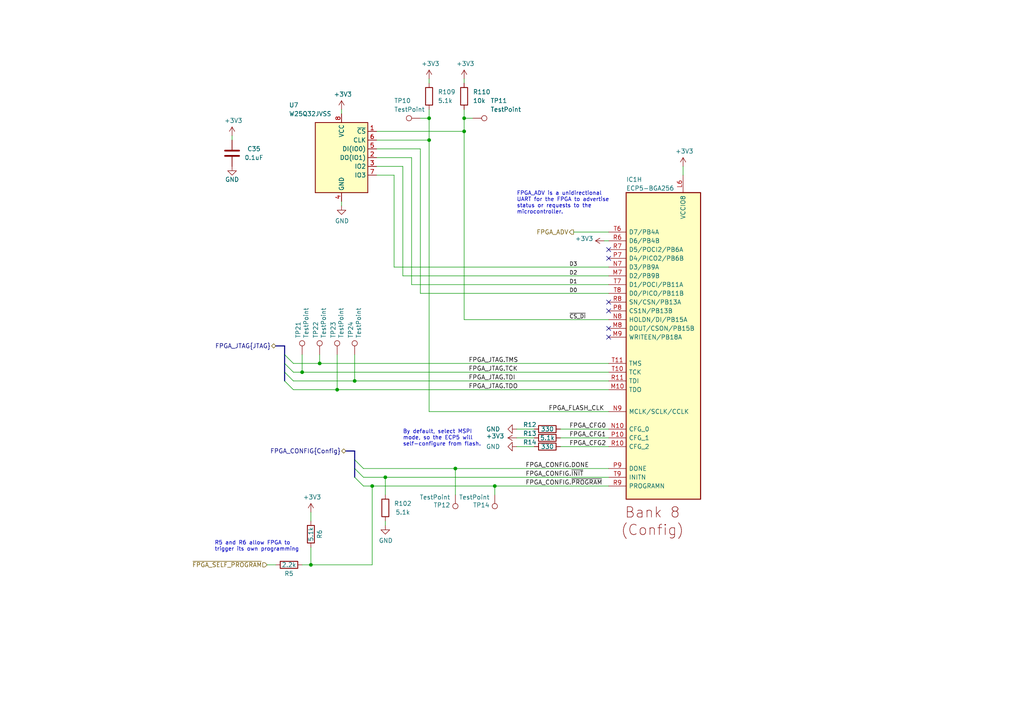
<source format=kicad_sch>
(kicad_sch (version 20231120) (generator "eeschema") (generator_version "8.0")
  (paper "A4")
  (title_block (title "Cynthion") (date "${DATE}") (rev "${VERSION}") (company "Copyright 2019-2023 Great Scott Gadgets") (comment 1 "Licensed under the CERN-OHL-P v2"))
  (lib_symbols
    (symbol "Connector:TestPoint" (pin_numbers hide) (pin_names (offset 0.762) hide)
      (property "Reference" "TP" (at 0 6.858 0))
      (property "Value" "TestPoint" (at 0 5.08 0))
      (symbol "TestPoint_0_1"
        (circle (center 0 3.302) (radius 0.762))
      )
      (symbol "TestPoint_1_1"
        (pin passive line (at 0 0 90) (length 2.54) (name "1") (number "1"))
      )
    )
    (symbol "Device:C" (pin_numbers hide) (pin_names (offset 0.254))
      (property "Reference" "C" (at 0.635 2.54 0))
      (property "Value" "C" (at 0.635 -2.54 0))
      (symbol "C_0_1"
        (polyline (pts (xy -2.032 -0.762) (xy 2.032 -0.762)) (stroke (width 0.508)))
        (polyline (pts (xy -2.032 0.762) (xy 2.032 0.762)) (stroke (width 0.508)))
      )
      (symbol "C_1_1"
        (pin passive line (at 0 3.81 270) (length 2.794) (name "~") (number "1"))
        (pin passive line (at 0 -3.81 90) (length 2.794) (name "~") (number "2"))
      )
    )
    (symbol "Device:R" (pin_numbers hide) (pin_names (offset 0))
      (property "Reference" "R" (at 2.032 0 90))
      (property "Value" "R" (at 0 0 90))
      (symbol "R_0_1"
        (rectangle (start -1.016 -2.54) (end 1.016 2.54) (stroke (width 0.254)))
      )
      (symbol "R_1_1"
        (pin passive line (at 0 3.81 270) (length 1.27) (name "~") (number "1"))
        (pin passive line (at 0 -3.81 90) (length 1.27) (name "~") (number "2"))
      )
    )
    (symbol "Memory_Flash:W25Q32JVSS"
      (property "Reference" "U" (at -6.35 11.43 0))
      (property "Value" "W25Q32JVSS" (at 7.62 11.43 0))
      (symbol "W25Q32JVSS_0_1"
        (rectangle (start -7.62 10.16) (end 7.62 -10.16) (stroke (width 0.254)) (fill (type background)))
      )
      (symbol "W25Q32JVSS_1_1"
        (pin input line (at -10.16 7.62 0) (length 2.54) (name "~{CS}") (number "1"))
        (pin bidirectional line (at -10.16 0 0) (length 2.54) (name "DO(IO1)") (number "2"))
        (pin bidirectional line (at -10.16 -2.54 0) (length 2.54) (name "IO2") (number "3"))
        (pin power_in line (at 0 -12.7 90) (length 2.54) (name "GND") (number "4"))
        (pin bidirectional line (at -10.16 2.54 0) (length 2.54) (name "DI(IO0)") (number "5"))
        (pin input line (at -10.16 5.08 0) (length 2.54) (name "CLK") (number "6"))
        (pin bidirectional line (at -10.16 -5.08 0) (length 2.54) (name "IO3") (number "7"))
        (pin power_in line (at 0 12.7 270) (length 2.54) (name "VCC") (number "8"))
      )
    )
    (symbol "fpgas_and_processors:ECP5-BGA256" (pin_names (offset 0.762))
      (property "Reference" "IC" (at -2.54 1.27 0))
      (property "Value" "ECP5-BGA256" (at 10.16 1.27 0))
      (symbol "ECP5-BGA256_1_0"
        (rectangle (start 5.08 0) (end 33.02 -71.12) (stroke (width 0.3048)) (fill (type background)))
      )
      (symbol "ECP5-BGA256_1_1"
        (text "FPGA Supplies" (at 19.05 -76.2 0) (effects (font (size 2.9972 2.9972))))
        (pin power_in line (at 38.1 -2.54 180) (length 5.08) (name "GND_1") (number "A1"))
        (pin power_in line (at 38.1 -5.08 180) (length 5.08) (name "GND_2") (number "A16"))
        (pin power_in line (at 38.1 -10.16 180) (length 5.08) (name "GND_4") (number "D15"))
        (pin power_in line (at 38.1 -7.62 180) (length 5.08) (name "GND_3") (number "D2"))
        (pin power_in line (at 38.1 -12.7 180) (length 5.08) (name "GND_5") (number "F8"))
        (pin power_in line (at 38.1 -15.24 180) (length 5.08) (name "GND_6") (number "F9"))
        (pin power_in line (at 38.1 -20.32 180) (length 5.08) (name "GND_8") (number "G10"))
        (pin power_in line (at 0 -66.04 0) (length 5.08) (name "VCCAUX_1") (number "G11"))
        (pin power_in line (at 0 -2.54 0) (length 5.08) (name "VCC_1") (number "G6"))
        (pin power_in line (at 0 -5.08 0) (length 5.08) (name "VCC_2") (number "G7"))
        (pin power_in line (at 38.1 -17.78 180) (length 5.08) (name "GND_7") (number "G8"))
        (pin power_in line (at 0 -7.62 0) (length 5.08) (name "VCC_3") (number "G9"))
        (pin power_in line (at 38.1 -22.86 180) (length 5.08) (name "GND_9") (number "H1"))
        (pin power_in line (at 38.1 -30.48 180) (length 5.08) (name "GND_12") (number "H10"))
        (pin power_in line (at 38.1 -33.02 180) (length 5.08) (name "GND_13") (number "H16"))
        (pin power_in line (at 38.1 -25.4 180) (length 5.08) (name "GND_10") (number "H8"))
        (pin power_in line (at 38.1 -27.94 180) (length 5.08) (name "GND_11") (number "H9"))
        (pin power_in line (at 38.1 -40.64 180) (length 5.08) (name "GND_16") (number "J10"))
        (pin power_in line (at 38.1 -35.56 180) (length 5.08) (name "GND_14") (number "J8"))
        (pin power_in line (at 38.1 -38.1 180) (length 5.08) (name "GND_15") (number "J9"))
        (pin power_in line (at 38.1 -53.34 180) (length 5.08) (name "GND_21") (number "K10"))
        (pin power_in line (at 38.1 -43.18 180) (length 5.08) (name "GND_17") (number "K6"))
        (pin power_in line (at 38.1 -45.72 180) (length 5.08) (name "GND_18") (number "K7"))
        (pin power_in line (at 38.1 -48.26 180) (length 5.08) (name "GND_19") (number "K8"))
        (pin power_in line (at 38.1 -50.8 180) (length 5.08) (name "GND_20") (number "K9"))
        (pin power_in line (at 0 -15.24 0) (length 5.08) (name "VCC_6") (number "L10"))
        (pin power_in line (at 0 -68.58 0) (length 5.08) (name "VCCAUX_2") (number "L7"))
        (pin power_in line (at 0 -10.16 0) (length 5.08) (name "VCC_4") (number "L8"))
        (pin power_in line (at 0 -12.7 0) (length 5.08) (name "VCC_5") (number "L9"))
        (pin power_in line (at 38.1 -58.42 180) (length 5.08) (name "GND_23") (number "N15"))
        (pin power_in line (at 38.1 -55.88 180) (length 5.08) (name "GND_22") (number "N2"))
        (pin power_in line (at 38.1 -60.96 180) (length 5.08) (name "GND_24") (number "T1"))
        (pin power_in line (at 38.1 -66.04 180) (length 5.08) (name "GND_26") (number "T12"))
        (pin power_in line (at 38.1 -68.58 180) (length 5.08) (name "GND_27") (number "T16"))
        (pin power_in line (at 38.1 -63.5 180) (length 5.08) (name "GND_25") (number "T5"))
      )
      (symbol "ECP5-BGA256_2_1"
        (rectangle (start 0 0) (end 19.05 -74.93) (stroke (width 0.3048)) (fill (type background)))
        (text "Bank 0" (at 10.16 -78.74 0) (effects (font (size 2.9972 2.9972))))
        (pin bidirectional line (at 24.13 -11.43 180) (length 5.08) (name "PT4A") (number "A2"))
        (pin bidirectional line (at 24.13 -16.51 180) (length 5.08) (name "PT6A") (number "A3"))
        (pin bidirectional line (at 24.13 -19.05 180) (length 5.08) (name "PT6B") (number "A4"))
        (pin bidirectional line (at 24.13 -43.18 180) (length 5.08) (name "PT18A") (number "A5"))
        (pin bidirectional line (at 24.13 -45.72 180) (length 5.08) (name "PT18B") (number "A6"))
        (pin bidirectional line (at 24.13 -68.58 180) (length 5.08) (name "PT29A") (number "A7"))
        (pin bidirectional line (at 24.13 -71.12 180) (length 5.08) (name "PT29B") (number "A8"))
        (pin bidirectional line (at 24.13 -13.97 180) (length 5.08) (name "PT4B") (number "B3"))
        (pin bidirectional line (at 24.13 -29.21 180) (length 5.08) (name "PT11B") (number "B4"))
        (pin bidirectional line (at 24.13 -39.37 180) (length 5.08) (name "PT15B") (number "B5"))
        (pin bidirectional line (at 24.13 -55.88 180) (length 5.08) (name "PT22B") (number "B6"))
        (pin bidirectional line (at 24.13 -66.04 180) (length 5.08) (name "PT27B") (number "B7"))
        (pin bidirectional line (at 24.13 -26.67 180) (length 5.08) (name "PT11A") (number "C4"))
        (pin bidirectional line (at 24.13 -36.83 180) (length 5.08) (name "PT15A") (number "C5"))
        (pin bidirectional line (at 24.13 -53.34 180) (length 5.08) (name "PT22A") (number "C6"))
        (pin bidirectional line (at 24.13 -63.5 180) (length 5.08) (name "PT27A") (number "C7"))
        (pin bidirectional line (at 24.13 -24.13 180) (length 5.08) (name "PT9B") (number "D4"))
        (pin bidirectional line (at 24.13 -34.29 180) (length 5.08) (name "PT13B") (number "D5"))
        (pin bidirectional line (at 24.13 -50.8 180) (length 5.08) (name "PT20B") (number "D6"))
        (pin bidirectional line (at 24.13 -60.96 180) (length 5.08) (name "PT24B") (number "D7"))
        (pin bidirectional line (at 24.13 -21.59 180) (length 5.08) (name "PT9A") (number "E4"))
        (pin bidirectional line (at 24.13 -31.75 180) (length 5.08) (name "PT13A") (number "E5"))
        (pin bidirectional line (at 24.13 -48.26 180) (length 5.08) (name "PT20A") (number "E6"))
        (pin bidirectional line (at 24.13 -58.42 180) (length 5.08) (name "PT24A") (number "E7"))
        (pin power_in line (at 7.62 5.08 270) (length 5.08) (name "VCCIO0_1") (number "F6"))
        (pin power_in line (at 5.08 5.08 270) (length 5.08) (name "VCCIO0_2") (number "F7"))
      )
      (symbol "ECP5-BGA256_3_0"
        (rectangle (start 0 0) (end 21.59 -93.98) (stroke (width 0.3048)) (fill (type background)))
      )
      (symbol "ECP5-BGA256_3_1"
        (text "Bank 1" (at 8.89 -96.52 0) (effects (font (size 2.9972 2.9972))))
        (pin bidirectional line (at 26.67 -34.29 180) (length 5.08) (name "PT42B") (number "A10"))
        (pin bidirectional line (at 26.67 -57.15 180) (length 5.08) (name "PT53A") (number "A11"))
        (pin bidirectional line (at 26.67 -59.69 180) (length 5.08) (name "PT53B") (number "A12"))
        (pin bidirectional line (at 26.67 -82.55 180) (length 5.08) (name "PT65A") (number "A13"))
        (pin bidirectional line (at 26.67 -85.09 180) (length 5.08) (name "PT65B") (number "A14"))
        (pin bidirectional line (at 26.67 -90.17 180) (length 5.08) (name "PT67B") (number "A15"))
        (pin bidirectional line (at 26.67 -31.75 180) (length 5.08) (name "PT42A") (number "A9"))
        (pin bidirectional line (at 26.67 -36.83 180) (length 5.08) (name "PT44A") (number "B10"))
        (pin bidirectional line (at 26.67 -46.99 180) (length 5.08) (name "PT49A") (number "B11"))
        (pin bidirectional line (at 26.67 -62.23 180) (length 5.08) (name "PT56A") (number "B12"))
        (pin bidirectional line (at 26.67 -72.39 180) (length 5.08) (name "PT60A") (number "B13"))
        (pin bidirectional line (at 26.67 -87.63 180) (length 5.08) (name "PT67A") (number "B14"))
        (pin bidirectional line (at 26.67 -19.05 180) (length 5.08) (name "PT35B") (number "B8"))
        (pin bidirectional line (at 26.67 -21.59 180) (length 5.08) (name "PT38A") (number "B9"))
        (pin bidirectional line (at 26.67 -39.37 180) (length 5.08) (name "PT44B") (number "C10"))
        (pin bidirectional line (at 26.67 -49.53 180) (length 5.08) (name "PT49B") (number "C11"))
        (pin bidirectional line (at 26.67 -64.77 180) (length 5.08) (name "PT56B") (number "C12"))
        (pin bidirectional line (at 26.67 -74.93 180) (length 5.08) (name "PT60B") (number "C13"))
        (pin bidirectional line (at 26.67 -16.51 180) (length 5.08) (name "PT35A") (number "C8"))
        (pin bidirectional line (at 26.67 -24.13 180) (length 5.08) (name "PT38B") (number "C9"))
        (pin bidirectional line (at 26.67 -41.91 180) (length 5.08) (name "PT47A") (number "D10"))
        (pin bidirectional line (at 26.67 -52.07 180) (length 5.08) (name "PT51A") (number "D11"))
        (pin bidirectional line (at 26.67 -67.31 180) (length 5.08) (name "PT58A") (number "D12"))
        (pin bidirectional line (at 26.67 -77.47 180) (length 5.08) (name "PT62A") (number "D13"))
        (pin bidirectional line (at 26.67 -13.97 180) (length 5.08) (name "PT33B") (number "D8"))
        (pin bidirectional line (at 26.67 -26.67 180) (length 5.08) (name "PT40A") (number "D9"))
        (pin bidirectional line (at 26.67 -44.45 180) (length 5.08) (name "PT47B") (number "E10"))
        (pin bidirectional line (at 26.67 -54.61 180) (length 5.08) (name "PT51B") (number "E11"))
        (pin bidirectional line (at 26.67 -69.85 180) (length 5.08) (name "PT58B") (number "E12"))
        (pin bidirectional line (at 26.67 -80.01 180) (length 5.08) (name "PT62B") (number "E13"))
        (pin bidirectional line (at 26.67 -11.43 180) (length 5.08) (name "PT33A") (number "E8"))
        (pin bidirectional line (at 26.67 -29.21 180) (length 5.08) (name "PT40B") (number "E9"))
        (pin power_in line (at 6.35 5.08 270) (length 5.08) (name "VCCIO1_1") (number "F10"))
        (pin power_in line (at 3.81 5.08 270) (length 5.08) (name "VCCIO1_2") (number "F11"))
      )
      (symbol "ECP5-BGA256_4_1"
        (rectangle (start 0 0) (end 19.05 -93.98) (stroke (width 0.3048)) (fill (type background)))
        (text "Bank 2" (at 10.16 -97.79 0) (effects (font (size 2.9972 2.9972))))
        (pin bidirectional line (at 24.13 -13.97 180) (length 5.08) (name "PR2B") (number "B15"))
        (pin bidirectional line (at 24.13 -11.43 180) (length 5.08) (name "PR2A") (number "B16"))
        (pin bidirectional line (at 24.13 -16.51 180) (length 5.08) (name "PR2C") (number "C14"))
        (pin bidirectional line (at 24.13 -24.13 180) (length 5.08) (name "PR5B") (number "C15"))
        (pin bidirectional line (at 24.13 -21.59 180) (length 5.08) (name "PR5A") (number "C16"))
        (pin bidirectional line (at 24.13 -19.05 180) (length 5.08) (name "PR2D") (number "D14"))
        (pin bidirectional line (at 24.13 -31.75 180) (length 5.08) (name "PR8A") (number "D16"))
        (pin bidirectional line (at 24.13 -26.67 180) (length 5.08) (name "PR5C") (number "E14"))
        (pin bidirectional line (at 24.13 -34.29 180) (length 5.08) (name "PR8B") (number "E15"))
        (pin bidirectional line (at 24.13 -49.53 180) (length 5.08) (name "PR11D") (number "E16"))
        (pin bidirectional line (at 24.13 -39.37 180) (length 5.08) (name "PR8D") (number "F12"))
        (pin bidirectional line (at 24.13 -36.83 180) (length 5.08) (name "PR8C") (number "F13"))
        (pin bidirectional line (at 24.13 -29.21 180) (length 5.08) (name "PR5D") (number "F14"))
        (pin bidirectional line (at 24.13 -46.99 180) (length 5.08) (name "PR11C") (number "F15"))
        (pin bidirectional line (at 24.13 -52.07 180) (length 5.08) (name "PR14A") (number "F16"))
        (pin bidirectional line (at 24.13 -41.91 180) (length 5.08) (name "PR11A") (number "G12"))
        (pin bidirectional line (at 24.13 -44.45 180) (length 5.08) (name "PR11B") (number "G13"))
        (pin bidirectional line (at 24.13 -57.15 180) (length 5.08) (name "PR14C") (number "G14"))
        (pin bidirectional line (at 24.13 -54.61 180) (length 5.08) (name "PR14B") (number "G15"))
        (pin bidirectional line (at 24.13 -72.39 180) (length 5.08) (name "PR20A") (number "G16"))
        (pin power_in line (at 3.81 5.08 270) (length 5.08) (name "VCCIO2_1") (number "H11"))
        (pin bidirectional line (at 24.13 -62.23 180) (length 5.08) (name "PR17A") (number "H12"))
        (pin bidirectional line (at 24.13 -64.77 180) (length 5.08) (name "PR17B") (number "H13"))
        (pin bidirectional line (at 24.13 -59.69 180) (length 5.08) (name "PR14D") (number "H14"))
        (pin bidirectional line (at 24.13 -74.93 180) (length 5.08) (name "PR20B") (number "H15"))
        (pin power_in line (at 6.35 5.08 270) (length 5.08) (name "VCCIO2_2") (number "J11"))
        (pin bidirectional line (at 24.13 -69.85 180) (length 5.08) (name "PR17D") (number "J12"))
        (pin bidirectional line (at 24.13 -67.31 180) (length 5.08) (name "PR17C") (number "J13"))
        (pin bidirectional line (at 24.13 -77.47 180) (length 5.08) (name "PR20C") (number "J14"))
        (pin bidirectional line (at 24.13 -85.09 180) (length 5.08) (name "PR23B") (number "J15"))
        (pin bidirectional line (at 24.13 -82.55 180) (length 5.08) (name "PR23A") (number "J16"))
        (pin bidirectional line (at 24.13 -80.01 180) (length 5.08) (name "PR20D") (number "K14"))
        (pin bidirectional line (at 24.13 -90.17 180) (length 5.08) (name "PR23D") (number "K15"))
        (pin bidirectional line (at 24.13 -87.63 180) (length 5.08) (name "PR23C") (number "K16"))
      )
      (symbol "ECP5-BGA256_5_0"
        (rectangle (start 0 0) (end 20.32 -91.44) (stroke (width 0.3048)) (fill (type background)))
      )
      (symbol "ECP5-BGA256_5_1"
        (text "Bank 3" (at 15.24 -96.52 0) (effects (font (size 2.9972 2.9972))))
        (pin power_in line (at 3.81 5.08 270) (length 5.08) (name "VCCIO3_1") (number "K11"))
        (pin bidirectional line (at 25.4 -22.86 180) (length 5.08) (name "PR29B") (number "K12"))
        (pin bidirectional line (at 25.4 -20.32 180) (length 5.08) (name "PR29A") (number "K13"))
        (pin power_in line (at 6.35 5.08 270) (length 5.08) (name "VCCIO3_2") (number "L11"))
        (pin bidirectional line (at 25.4 -27.94 180) (length 5.08) (name "PR29D") (number "L12"))
        (pin bidirectional line (at 25.4 -25.4 180) (length 5.08) (name "PR29C") (number "L13"))
        (pin bidirectional line (at 25.4 -35.56 180) (length 5.08) (name "PR32C") (number "L14"))
        (pin bidirectional line (at 25.4 -12.7 180) (length 5.08) (name "PR26B") (number "L15"))
        (pin bidirectional line (at 25.4 -10.16 180) (length 5.08) (name "PR26A") (number "L16"))
        (pin bidirectional line (at 25.4 -81.28 180) (length 5.08) (name "PR47A") (number "M11"))
        (pin bidirectional line (at 25.4 -76.2 180) (length 5.08) (name "PR44C") (number "M12"))
        (pin bidirectional line (at 25.4 -45.72 180) (length 5.08) (name "PR35C") (number "M13"))
        (pin bidirectional line (at 25.4 -38.1 180) (length 5.08) (name "PR32D") (number "M14"))
        (pin bidirectional line (at 25.4 -17.78 180) (length 5.08) (name "PR26D") (number "M15"))
        (pin bidirectional line (at 25.4 -15.24 180) (length 5.08) (name "PR26C") (number "M16"))
        (pin bidirectional line (at 25.4 -83.82 180) (length 5.08) (name "PR47B") (number "N11"))
        (pin bidirectional line (at 25.4 -78.74 180) (length 5.08) (name "PR44D") (number "N12"))
        (pin bidirectional line (at 25.4 -50.8 180) (length 5.08) (name "PR38A") (number "N13"))
        (pin bidirectional line (at 25.4 -48.26 180) (length 5.08) (name "PR35D") (number "N14"))
        (pin bidirectional line (at 25.4 -30.48 180) (length 5.08) (name "PR32A") (number "N16"))
        (pin bidirectional line (at 25.4 -86.36 180) (length 5.08) (name "PR47C") (number "P11"))
        (pin bidirectional line (at 25.4 -88.9 180) (length 5.08) (name "PR47D") (number "P12"))
        (pin bidirectional line (at 25.4 -60.96 180) (length 5.08) (name "PR41A") (number "P13"))
        (pin bidirectional line (at 25.4 -53.34 180) (length 5.08) (name "PR38B") (number "P14"))
        (pin bidirectional line (at 25.4 -33.02 180) (length 5.08) (name "PR32B") (number "P15"))
        (pin bidirectional line (at 25.4 -40.64 180) (length 5.08) (name "PR35A") (number "P16"))
        (pin bidirectional line (at 25.4 -71.12 180) (length 5.08) (name "PR44A") (number "R12"))
        (pin bidirectional line (at 25.4 -66.04 180) (length 5.08) (name "PR41C") (number "R13"))
        (pin bidirectional line (at 25.4 -63.5 180) (length 5.08) (name "PR41B") (number "R14"))
        (pin bidirectional line (at 25.4 -55.88 180) (length 5.08) (name "PR38C") (number "R15"))
        (pin bidirectional line (at 25.4 -43.18 180) (length 5.08) (name "PR35B") (number "R16"))
        (pin bidirectional line (at 25.4 -73.66 180) (length 5.08) (name "PR44B") (number "T13"))
        (pin bidirectional line (at 25.4 -68.58 180) (length 5.08) (name "PR41D") (number "T14"))
        (pin bidirectional line (at 25.4 -58.42 180) (length 5.08) (name "PR38D") (number "T15"))
      )
      (symbol "ECP5-BGA256_6_1"
        (rectangle (start 0 0) (end 19.05 -106.68) (stroke (width 0.3048)) (fill (type background)))
        (text "Bank 6" (at 11.43 -110.49 0) (effects (font (size 2.9972 2.9972))))
        (pin power_in line (at 3.81 5.08 270) (length 5.08) (name "VCCIO6_1") (number "J6"))
        (pin power_in line (at 6.35 5.08 270) (length 5.08) (name "VCCIO6_2") (number "J7"))
        (pin bidirectional line (at 24.13 -25.4 180) (length 5.08) (name "PL29A") (number "K4"))
        (pin bidirectional line (at 24.13 -27.94 180) (length 5.08) (name "PL29B") (number "K5"))
        (pin bidirectional line (at 24.13 -13.97 180) (length 5.08) (name "PL26A") (number "L1"))
        (pin bidirectional line (at 24.13 -16.51 180) (length 5.08) (name "PL26B") (number "L2"))
        (pin bidirectional line (at 24.13 -41.91 180) (length 5.08) (name "PL32C") (number "L3"))
        (pin bidirectional line (at 24.13 -30.48 180) (length 5.08) (name "PL29C") (number "L4"))
        (pin bidirectional line (at 24.13 -33.02 180) (length 5.08) (name "PL29D") (number "L5"))
        (pin bidirectional line (at 24.13 -19.05 180) (length 5.08) (name "PL26C") (number "M1"))
        (pin bidirectional line (at 24.13 -21.59 180) (length 5.08) (name "PL26D") (number "M2"))
        (pin bidirectional line (at 24.13 -44.45 180) (length 5.08) (name "PL32D") (number "M3"))
        (pin bidirectional line (at 24.13 -53.34 180) (length 5.08) (name "PL35C") (number "M4"))
        (pin bidirectional line (at 24.13 -78.74 180) (length 5.08) (name "PL44C") (number "M5"))
        (pin bidirectional line (at 24.13 -96.52 180) (length 5.08) (name "PL47A") (number "M6"))
        (pin bidirectional line (at 24.13 -36.83 180) (length 5.08) (name "PL32A") (number "N1"))
        (pin bidirectional line (at 24.13 -55.88 180) (length 5.08) (name "PL35D") (number "N3"))
        (pin bidirectional line (at 24.13 -60.96 180) (length 5.08) (name "PL38A") (number "N4"))
        (pin bidirectional line (at 24.13 -81.28 180) (length 5.08) (name "PL44D") (number "N5"))
        (pin bidirectional line (at 24.13 -99.06 180) (length 5.08) (name "PL47B") (number "N6"))
        (pin bidirectional line (at 24.13 -48.26 180) (length 5.08) (name "PL35A") (number "P1"))
        (pin bidirectional line (at 24.13 -39.37 180) (length 5.08) (name "PL32B") (number "P2"))
        (pin bidirectional line (at 24.13 -63.5 180) (length 5.08) (name "PL38B") (number "P3"))
        (pin bidirectional line (at 24.13 -85.09 180) (length 5.08) (name "PL41A") (number "P4"))
        (pin bidirectional line (at 24.13 -101.6 180) (length 5.08) (name "PL47D") (number "P5"))
        (pin bidirectional line (at 24.13 -104.14 180) (length 5.08) (name "PL47C") (number "P6"))
        (pin bidirectional line (at 24.13 -50.8 180) (length 5.08) (name "PL35B") (number "R1"))
        (pin bidirectional line (at 24.13 -66.04 180) (length 5.08) (name "PL38C") (number "R2"))
        (pin bidirectional line (at 24.13 -87.63 180) (length 5.08) (name "PL41B") (number "R3"))
        (pin bidirectional line (at 24.13 -90.17 180) (length 5.08) (name "PL41C") (number "R4"))
        (pin bidirectional line (at 24.13 -73.66 180) (length 5.08) (name "PL44A") (number "R5"))
        (pin bidirectional line (at 24.13 -68.58 180) (length 5.08) (name "PL38D") (number "T2"))
        (pin bidirectional line (at 24.13 -92.71 180) (length 5.08) (name "PL41D") (number "T3"))
        (pin bidirectional line (at 24.13 -76.2 180) (length 5.08) (name "PL44B") (number "T4"))
      )
      (symbol "ECP5-BGA256_7_1"
        (rectangle (start 0 0) (end 20.32 -109.22) (stroke (width 0.3048)) (fill (type background)))
        (text "Bank 7" (at 12.7 -113.03 0) (effects (font (size 2.9972 2.9972))))
        (pin bidirectional line (at 25.4 -10.16 180) (length 5.08) (name "PL2A") (number "B1"))
        (pin bidirectional line (at 25.4 -12.7 180) (length 5.08) (name "PL2B") (number "B2"))
        (pin bidirectional line (at 25.4 -22.86 180) (length 5.08) (name "PL5A") (number "C1"))
        (pin bidirectional line (at 25.4 -25.4 180) (length 5.08) (name "PL5B") (number "C2"))
        (pin bidirectional line (at 25.4 -15.24 180) (length 5.08) (name "PL2C") (number "C3"))
        (pin bidirectional line (at 25.4 -35.56 180) (length 5.08) (name "PL8A") (number "D1"))
        (pin bidirectional line (at 25.4 -17.78 180) (length 5.08) (name "PL2D") (number "D3"))
        (pin bidirectional line (at 25.4 -54.61 180) (length 5.08) (name "PL11D") (number "E1"))
        (pin bidirectional line (at 25.4 -38.1 180) (length 5.08) (name "PL8B") (number "E2"))
        (pin bidirectional line (at 25.4 -27.94 180) (length 5.08) (name "PL5C") (number "E3"))
        (pin bidirectional line (at 25.4 -59.69 180) (length 5.08) (name "PL14A") (number "F1"))
        (pin bidirectional line (at 25.4 -52.07 180) (length 5.08) (name "PL11C") (number "F2"))
        (pin bidirectional line (at 25.4 -30.48 180) (length 5.08) (name "PL5D") (number "F3"))
        (pin bidirectional line (at 25.4 -40.64 180) (length 5.08) (name "PL8C") (number "F4"))
        (pin bidirectional line (at 25.4 -43.18 180) (length 5.08) (name "PL8D") (number "F5"))
        (pin bidirectional line (at 25.4 -82.55 180) (length 5.08) (name "PL20A") (number "G1"))
        (pin bidirectional line (at 25.4 -62.23 180) (length 5.08) (name "PL14B") (number "G2"))
        (pin bidirectional line (at 25.4 -64.77 180) (length 5.08) (name "PL14C") (number "G3"))
        (pin bidirectional line (at 25.4 -49.53 180) (length 5.08) (name "PL11B") (number "G4"))
        (pin bidirectional line (at 25.4 -46.99 180) (length 5.08) (name "PL11A") (number "G5"))
        (pin bidirectional line (at 25.4 -85.09 180) (length 5.08) (name "PL20B") (number "H2"))
        (pin bidirectional line (at 25.4 -67.31 180) (length 5.08) (name "PL14D") (number "H3"))
        (pin bidirectional line (at 25.4 -73.66 180) (length 5.08) (name "PL17B") (number "H4"))
        (pin bidirectional line (at 25.4 -71.12 180) (length 5.08) (name "PL17A") (number "H5"))
        (pin power_in line (at 7.62 5.08 270) (length 5.08) (name "VCCIO7_1") (number "H6"))
        (pin power_in line (at 5.08 5.08 270) (length 5.08) (name "VCCIO7_2") (number "H7"))
        (pin bidirectional line (at 25.4 -95.25 180) (length 5.08) (name "PL23A") (number "J1"))
        (pin bidirectional line (at 25.4 -97.79 180) (length 5.08) (name "PL23B") (number "J2"))
        (pin bidirectional line (at 25.4 -87.63 180) (length 5.08) (name "PL20C") (number "J3"))
        (pin bidirectional line (at 25.4 -76.2 180) (length 5.08) (name "PL17C") (number "J4"))
        (pin bidirectional line (at 25.4 -78.74 180) (length 5.08) (name "PL17D") (number "J5"))
        (pin bidirectional line (at 25.4 -100.33 180) (length 5.08) (name "PL23C") (number "K1"))
        (pin bidirectional line (at 25.4 -102.87 180) (length 5.08) (name "PL23D") (number "K2"))
        (pin bidirectional line (at 25.4 -90.17 180) (length 5.08) (name "PL20D") (number "K3"))
      )
      (symbol "ECP5-BGA256_8_0"
        (text "(Config)" (at 13.97 -97.79 0) (effects (font (size 2.9972 2.9972))))
        (text "Bank 8" (at 13.97 -92.71 0) (effects (font (size 2.9972 2.9972))))
      )
      (symbol "ECP5-BGA256_8_1"
        (rectangle (start 0 0) (end 21.59 -88.9) (stroke (width 0.3048)) (fill (type background)))
        (pin power_in line (at 5.08 5.08 270) (length 5.08) (name "VCCIO8") (number "L6"))
        (pin output line (at 26.67 -57.15 180) (length 5.08) (name "TDO") (number "M10"))
        (pin bidirectional line (at 26.67 -24.13 180) (length 5.08) (name "D2/PB9B") (number "M7"))
        (pin bidirectional line (at 26.67 -39.37 180) (length 5.08) (name "DOUT/CSON/PB15B") (number "M8"))
        (pin bidirectional line (at 26.67 -41.91 180) (length 5.08) (name "WRITEEN/PB18A") (number "M9"))
        (pin input line (at 26.67 -68.58 180) (length 5.08) (name "CFG_0") (number "N10"))
        (pin bidirectional line (at 26.67 -21.59 180) (length 5.08) (name "D3/PB9A") (number "N7"))
        (pin bidirectional line (at 26.67 -36.83 180) (length 5.08) (name "HOLDN/DI/PB15A") (number "N8"))
        (pin bidirectional line (at 26.67 -63.5 180) (length 5.08) (name "MCLK/SCLK/CCLK") (number "N9"))
        (pin input line (at 26.67 -71.12 180) (length 5.08) (name "CFG_1") (number "P10"))
        (pin bidirectional line (at 26.67 -19.05 180) (length 5.08) (name "D4/PICO2/PB6B") (number "P7"))
        (pin bidirectional line (at 26.67 -34.29 180) (length 5.08) (name "CS1N/PB13B") (number "P8"))
        (pin bidirectional line (at 26.67 -80.01 180) (length 5.08) (name "DONE") (number "P9"))
        (pin input line (at 26.67 -73.66 180) (length 5.08) (name "CFG_2") (number "R10"))
        (pin input line (at 26.67 -54.61 180) (length 5.08) (name "TDI") (number "R11"))
        (pin bidirectional line (at 26.67 -13.97 180) (length 5.08) (name "D6/PB4B") (number "R6"))
        (pin bidirectional line (at 26.67 -16.51 180) (length 5.08) (name "D5/POCI2/PB6A") (number "R7"))
        (pin bidirectional line (at 26.67 -31.75 180) (length 5.08) (name "SN/CSN/PB13A") (number "R8"))
        (pin bidirectional line (at 26.67 -85.09 180) (length 5.08) (name "PROGRAMN") (number "R9"))
        (pin input line (at 26.67 -52.07 180) (length 5.08) (name "TCK") (number "T10"))
        (pin input line (at 26.67 -49.53 180) (length 5.08) (name "TMS") (number "T11"))
        (pin bidirectional line (at 26.67 -11.43 180) (length 5.08) (name "D7/PB4A") (number "T6"))
        (pin bidirectional line (at 26.67 -26.67 180) (length 5.08) (name "D1/POCI/PB11A") (number "T7"))
        (pin bidirectional line (at 26.67 -29.21 180) (length 5.08) (name "D0/PICO/PB11B") (number "T8"))
        (pin bidirectional line (at 26.67 -82.55 180) (length 5.08) (name "INITN") (number "T9"))
      )
    )
    (symbol "power:+3V3" (power) (pin_names (offset 0))
      (property "Value" "+3V3" (at 0 3.556 0))
      (symbol "+3V3_0_1"
        (polyline (pts (xy -0.762 1.27) (xy 0 2.54)))
        (polyline (pts (xy 0 0) (xy 0 2.54)))
        (polyline (pts (xy 0 2.54) (xy 0.762 1.27)))
      )
      (symbol "+3V3_1_1"
        (pin power_in line (at 0 0 90) (length 0) hide (name "+3V3") (number "1"))
      )
    )
    (symbol "power:GND" (power) (pin_names (offset 0))
      (property "Value" "GND" (at 0 -3.81 0))
      (symbol "GND_0_1"
        (polyline (pts (xy 0 0) (xy 0 -1.27) (xy 1.27 -1.27) (xy 0 -2.54) (xy -1.27 -1.27) (xy 0 -1.27)))
      )
      (symbol "GND_1_1"
        (pin power_in line (at 0 0 270) (length 0) hide (name "GND") (number "1"))
      )
    )
  )
  (bus_alias "Config" (members "DONE" "~{INIT}" "~{PROGRAM}"))
  (junction (at 111.76 138.43))
  (junction (at 102.87 110.49))
  (junction (at 92.71 105.41))
  (junction (at 97.79 113.03))
  (junction (at 143.51 140.97))
  (junction (at 107.95 140.97))
  (junction (at 132.08 135.89))
  (junction (at 124.46 34.29))
  (junction (at 90.17 163.83))
  (junction (at 124.46 40.64))
  (junction (at 134.62 34.29))
  (junction (at 87.63 107.95))
  (junction (at 134.62 38.1))
  (no_connect (at 176.53 90.17))
  (no_connect (at 176.53 87.63))
  (no_connect (at 176.53 74.93))
  (no_connect (at 176.53 95.25))
  (no_connect (at 176.53 97.79))
  (no_connect (at 176.53 72.39))
  (bus_entry (at 82.55 105.41) (size 2.54 2.54))
  (bus_entry (at 102.87 135.89) (size 2.54 2.54))
  (bus_entry (at 82.55 110.49) (size 2.54 2.54))
  (bus_entry (at 102.87 138.43) (size 2.54 2.54))
  (bus_entry (at 82.55 102.87) (size 2.54 2.54))
  (bus_entry (at 82.55 107.95) (size 2.54 2.54))
  (bus_entry (at 102.87 133.35) (size 2.54 2.54))
  (wire (pts (xy 143.51 140.97) (xy 176.53 140.97)))
  (wire (pts (xy 134.62 22.86) (xy 134.62 24.13)))
  (wire (pts (xy 134.62 31.75) (xy 134.62 34.29)))
  (wire (pts (xy 162.56 124.46) (xy 176.53 124.46)))
  (wire (pts (xy 92.71 102.87) (xy 92.71 105.41)))
  (wire (pts (xy 87.63 107.95) (xy 176.53 107.95)))
  (wire (pts (xy 114.3 77.47) (xy 114.3 50.8)))
  (wire (pts (xy 121.92 85.09) (xy 176.53 85.09)))
  (bus (pts (xy 80.01 100.33) (xy 82.55 100.33)))
  (wire (pts (xy 149.86 127) (xy 154.94 127)))
  (wire (pts (xy 198.12 50.8) (xy 198.12 48.26)))
  (wire (pts (xy 143.51 140.97) (xy 107.95 140.97)))
  (wire (pts (xy 111.76 138.43) (xy 105.41 138.43)))
  (wire (pts (xy 67.31 40.64) (xy 67.31 39.37)))
  (wire (pts (xy 124.46 40.64) (xy 124.46 119.38)))
  (wire (pts (xy 109.22 38.1) (xy 134.62 38.1)))
  (wire (pts (xy 109.22 48.26) (xy 116.84 48.26)))
  (wire (pts (xy 109.22 43.18) (xy 121.92 43.18)))
  (wire (pts (xy 132.08 135.89) (xy 176.53 135.89)))
  (wire (pts (xy 149.86 129.54) (xy 154.94 129.54)))
  (wire (pts (xy 176.53 138.43) (xy 111.76 138.43)))
  (wire (pts (xy 176.53 119.38) (xy 124.46 119.38)))
  (wire (pts (xy 107.95 140.97) (xy 105.41 140.97)))
  (wire (pts (xy 102.87 102.87) (xy 102.87 110.49)))
  (wire (pts (xy 90.17 148.59) (xy 90.17 151.13)))
  (wire (pts (xy 87.63 163.83) (xy 90.17 163.83)))
  (wire (pts (xy 134.62 34.29) (xy 137.16 34.29)))
  (wire (pts (xy 134.62 34.29) (xy 134.62 38.1)))
  (wire (pts (xy 99.06 58.42) (xy 99.06 59.69)))
  (wire (pts (xy 132.08 135.89) (xy 105.41 135.89)))
  (wire (pts (xy 134.62 92.71) (xy 176.53 92.71)))
  (bus (pts (xy 100.33 130.81) (xy 102.87 130.81)))
  (wire (pts (xy 77.47 163.83) (xy 80.01 163.83)))
  (wire (pts (xy 85.09 110.49) (xy 102.87 110.49)))
  (wire (pts (xy 111.76 151.13) (xy 111.76 152.4)))
  (wire (pts (xy 90.17 163.83) (xy 90.17 158.75)))
  (bus (pts (xy 102.87 135.89) (xy 102.87 138.43)))
  (wire (pts (xy 149.86 124.46) (xy 154.94 124.46)))
  (wire (pts (xy 175.26 69.85) (xy 176.53 69.85)))
  (bus (pts (xy 102.87 133.35) (xy 102.87 135.89)))
  (wire (pts (xy 116.84 80.01) (xy 176.53 80.01)))
  (wire (pts (xy 162.56 127) (xy 176.53 127)))
  (wire (pts (xy 90.17 163.83) (xy 107.95 163.83)))
  (wire (pts (xy 124.46 34.29) (xy 124.46 40.64)))
  (wire (pts (xy 99.06 31.75) (xy 99.06 33.02)))
  (wire (pts (xy 134.62 38.1) (xy 134.62 92.71)))
  (wire (pts (xy 176.53 77.47) (xy 114.3 77.47)))
  (bus (pts (xy 82.55 105.41) (xy 82.55 107.95)))
  (wire (pts (xy 121.92 43.18) (xy 121.92 85.09)))
  (wire (pts (xy 119.38 45.72) (xy 109.22 45.72)))
  (wire (pts (xy 162.56 129.54) (xy 176.53 129.54)))
  (wire (pts (xy 124.46 31.75) (xy 124.46 34.29)))
  (bus (pts (xy 82.55 100.33) (xy 82.55 102.87)))
  (wire (pts (xy 102.87 110.49) (xy 176.53 110.49)))
  (bus (pts (xy 102.87 130.81) (xy 102.87 133.35)))
  (wire (pts (xy 119.38 82.55) (xy 176.53 82.55)))
  (wire (pts (xy 143.51 140.97) (xy 143.51 143.51)))
  (bus (pts (xy 82.55 107.95) (xy 82.55 110.49)))
  (wire (pts (xy 85.09 105.41) (xy 92.71 105.41)))
  (wire (pts (xy 176.53 67.31) (xy 166.37 67.31)))
  (wire (pts (xy 109.22 40.64) (xy 124.46 40.64)))
  (wire (pts (xy 107.95 163.83) (xy 107.95 140.97)))
  (wire (pts (xy 119.38 82.55) (xy 119.38 45.72)))
  (wire (pts (xy 97.79 102.87) (xy 97.79 113.03)))
  (wire (pts (xy 92.71 105.41) (xy 176.53 105.41)))
  (wire (pts (xy 87.63 102.87) (xy 87.63 107.95)))
  (wire (pts (xy 124.46 22.86) (xy 124.46 24.13)))
  (wire (pts (xy 97.79 113.03) (xy 176.53 113.03)))
  (bus (pts (xy 82.55 102.87) (xy 82.55 105.41)))
  (wire (pts (xy 116.84 48.26) (xy 116.84 80.01)))
  (wire (pts (xy 132.08 135.89) (xy 132.08 143.51)))
  (wire (pts (xy 114.3 50.8) (xy 109.22 50.8)))
  (wire (pts (xy 85.09 107.95) (xy 87.63 107.95)))
  (wire (pts (xy 85.09 113.03) (xy 97.79 113.03)))
  (wire (pts (xy 111.76 138.43) (xy 111.76 143.51)))
  (wire (pts (xy 121.92 34.29) (xy 124.46 34.29)))
  (text "By default, select MSPI \nmode, so the ECP5 will \nself-configure from flash." (at 116.84 129.54 0) (effects (font (size 1.1176 1.1176)) (justify left bottom)))
  (text "FPGA_ADV is a unidirectional\nUART for the FPGA to advertise\nstatus or requests to the\nmicrocontroller." (at 149.86 62.23 0) (effects (font (size 1.1176 1.1176)) (justify left bottom)))
  (text "R5 and R6 allow FPGA to\ntrigger its own programming" (at 62.23 160.02 0) (effects (font (size 1.1176 1.1176)) (justify left bottom)))
  (label "FPGA_JTAG.TMS" (at 135.89 105.41 0))
  (label "D1" (at 165.1 82.55 0) (effects (font (size 1.1176 1.1176))))
  (label "FPGA_CONFIG.~{INIT}" (at 152.4 138.43 0))
  (label "D0" (at 165.1 85.09 0) (effects (font (size 1.1176 1.1176))))
  (label "D3" (at 165.1 77.47 0) (effects (font (size 1.1176 1.1176))))
  (label "D2" (at 165.1 80.01 0) (effects (font (size 1.1176 1.1176))))
  (label "FPGA_CONFIG.DONE" (at 152.4 135.89 0))
  (label "FPGA_JTAG.TDO" (at 135.89 113.03 0))
  (label "FPGA_CONFIG.~{PROGRAM}" (at 152.4 140.97 0))
  (label "FPGA_CFG1" (at 165.1 127 0))
  (label "FPGA_JTAG.TDI" (at 135.89 110.49 0))
  (label "FPGA_FLASH_CLK" (at 175.26 119.38 180))
  (label "FPGA_JTAG.TCK" (at 135.89 107.95 0))
  (label "FPGA_CFG0" (at 165.1 124.46 0))
  (label "~{CS_DI}" (at 165.1 92.71 0) (effects (font (size 1.1176 1.1176))))
  (label "FPGA_CFG2" (at 165.1 129.54 0))
  (hierarchical_label "~{FPGA_SELF_PROGRAM}" (shape input) (at 77.47 163.83 180))
  (hierarchical_label "FPGA_JTAG{JTAG}" (shape bidirectional) (at 80.01 100.33 180))
  (hierarchical_label "FPGA_ADV" (shape output) (at 166.37 67.31 180))
  (hierarchical_label "FPGA_CONFIG{Config}" (shape bidirectional) (at 100.33 130.81 180))
  (symbol (lib_id "fpgas_and_processors:ECP5-BGA256") (at 203.2 55.88 0) (mirror y) (unit 8)
    (property "Reference" "IC1" (at 181.61 52.07 0) (effects (justify right)))
    (property "Value" "ECP5-BGA256" (at 181.61 54.61 0) (effects (justify right)))
    (property "Footprint" "cynthion:lattice_cabga256" (effects (hide yes)))
    (property "Description" "FPGA - Field Programmable Gate Array ECP5; 12k LUTs; 1.1V" (effects (hide yes)))
    (property "Manufacturer" "Lattice" (effects (hide yes)))
    (property "Part Number" "LFE5U-12F-6BG256C" (effects (hide yes)))
    (property "Substitution" "LFE5U-12F-*BG256*, LFE5U-25F-*BG256*" (effects (hide yes)))
  )
  (symbol (lib_id "power:+3V3") (at 198.12 48.26 0) (unit 1)
    (property "Reference" "#PWR056" (effects (hide yes)))
    (property "Value" "+3V3" (at 198.501 43.8658 0))
  )
  (symbol (lib_id "Memory_Flash:W25Q32JVSS") (at 99.06 45.72 0) (mirror y) (unit 1)
    (property "Reference" "U7" (at 83.82 30.48 0) (effects (justify right)))
    (property "Value" "W25Q32JVSS" (at 83.82 33.02 0) (effects (justify right)))
    (property "Footprint" "Package_SO:SOIC-8_5.23x5.23mm_P1.27mm" (effects (hide yes)))
    (property "Datasheet" "http://www.winbond.com/resource-files/w25q32jv%20revg%2003272018%20plus.pdf" (effects (hide yes)))
    (property "Description" "IC FLASH 32M SPI 133MHZ 8SOIC" (effects (hide yes)))
    (property "Manufacturer" "Winbond" (effects (hide yes)))
    (property "Part Number" "W25Q32JVSSIQ" (effects (hide yes)))
    (property "LCSC#" "C179173" (effects (hide yes)))
  )
  (symbol (lib_id "power:+3V3") (at 99.06 31.75 0) (unit 1)
    (property "Reference" "#PWR051" (effects (hide yes)))
    (property "Value" "+3V3" (at 99.441 27.3558 0))
  )
  (symbol (lib_id "power:GND") (at 99.06 59.69 0) (unit 1)
    (property "Reference" "#PWR052" (effects (hide yes)))
    (property "Value" "GND" (at 99.187 64.0842 0))
  )
  (symbol (lib_id "Device:C") (at 67.31 44.45 0) (unit 1)
    (property "Reference" "C35" (at 73.66 43.18 0))
    (property "Value" "0.1uF" (at 73.66 45.72 0))
    (property "Footprint" "Capacitor_SMD:C_0402_1005Metric" (effects (hide yes)))
    (property "Description" "CAP CER 0.1UF 25V X5R 0402" (effects (hide yes)))
    (property "Part Number" "CL05A104KA5NNNC" (effects (hide yes)))
    (property "Substitution" "any equivalent" (effects (hide yes)))
    (property "Manufacturer" "Samsung" (effects (hide yes)))
    (property "LCSC#" "C100072" (effects (hide yes)))
  )
  (symbol (lib_id "power:GND") (at 67.31 48.26 0) (unit 1)
    (property "Reference" "#PWR050" (effects (hide yes)))
    (property "Value" "GND" (at 67.31 52.07 0))
  )
  (symbol (lib_id "Device:R") (at 158.75 124.46 270) (unit 1)
    (property "Reference" "R12" (at 153.67 123.19 90))
    (property "Value" "330" (at 158.75 124.46 90))
    (property "Footprint" "Resistor_SMD:R_0402_1005Metric" (effects (hide yes)))
    (property "Description" "RES 330 OHM 1% 1/16W 0402" (effects (hide yes)))
    (property "Part Number" "RC0402FR-13330RL" (effects (hide yes)))
    (property "Substitution" "any equivalent" (effects (hide yes)))
    (property "Manufacturer" "Yageo" (effects (hide yes)))
  )
  (symbol (lib_id "Device:R") (at 158.75 127 270) (unit 1)
    (property "Reference" "R13" (at 153.67 125.73 90))
    (property "Value" "5.1k" (at 158.75 127 90))
    (property "Footprint" "Resistor_SMD:R_0402_1005Metric" (effects (hide yes)))
    (property "Description" "RES 5.1K OHM 5% 1/16W 0402" (effects (hide yes)))
    (property "Part Number" "RC0402JR-075K1L" (effects (hide yes)))
    (property "Substitution" "any equivalent" (effects (hide yes)))
    (property "Manufacturer" "Yageo" (effects (hide yes)))
    (property "LCSC#" "C105873" (effects (hide yes)))
  )
  (symbol (lib_id "Device:R") (at 158.75 129.54 270) (unit 1)
    (property "Reference" "R14" (at 153.67 128.27 90))
    (property "Value" "330" (at 158.75 129.54 90))
    (property "Footprint" "Resistor_SMD:R_0402_1005Metric" (effects (hide yes)))
    (property "Description" "RES 330 OHM 1% 1/16W 0402" (effects (hide yes)))
    (property "Part Number" "RC0402FR-13330RL" (effects (hide yes)))
    (property "Substitution" "any equivalent" (effects (hide yes)))
    (property "Manufacturer" "Yageo" (effects (hide yes)))
  )
  (symbol (lib_id "power:+3V3") (at 149.86 127 90) (unit 1)
    (property "Reference" "#PWR055" (effects (hide yes)))
    (property "Value" "+3V3" (at 140.97 126.492 90) (effects (justify right)))
  )
  (symbol (lib_id "power:GND") (at 149.86 124.46 270) (unit 1)
    (property "Reference" "#PWR053" (effects (hide yes)))
    (property "Value" "GND" (at 140.97 124.46 90) (effects (justify left)))
  )
  (symbol (lib_id "power:GND") (at 149.86 129.54 270) (unit 1)
    (property "Reference" "#PWR054" (effects (hide yes)))
    (property "Value" "GND" (at 140.97 129.54 90) (effects (justify left)))
  )
  (symbol (lib_id "power:+3V3") (at 90.17 148.59 0) (unit 1)
    (property "Reference" "#PWR02" (effects (hide yes)))
    (property "Value" "+3V3" (at 90.5256 144.1958 0))
  )
  (symbol (lib_id "Device:R") (at 90.17 154.94 0) (unit 1)
    (property "Reference" "R6" (at 92.71 154.94 90))
    (property "Value" "5.1k" (at 90.17 154.94 90))
    (property "Footprint" "Resistor_SMD:R_0402_1005Metric" (effects (hide yes)))
    (property "Description" "RES 5.1K OHM 5% 1/16W 0402" (effects (hide yes)))
    (property "Part Number" "RC0402JR-075K1L" (effects (hide yes)))
    (property "Substitution" "any equivalent" (effects (hide yes)))
    (property "Manufacturer" "Yageo" (effects (hide yes)))
    (property "LCSC#" "C105873" (effects (hide yes)))
  )
  (symbol (lib_id "Device:R") (at 83.82 163.83 270) (unit 1)
    (property "Reference" "R5" (at 83.82 166.37 90))
    (property "Value" "2.2k" (at 83.82 163.83 90))
    (property "Footprint" "Resistor_SMD:R_0402_1005Metric" (effects (hide yes)))
    (property "Description" "RES 2.2K OHM 5% 1/16W 0402" (effects (hide yes)))
    (property "Part Number" "RC0402JR-072K2L" (effects (hide yes)))
    (property "Substitution" "any equivalent" (effects (hide yes)))
    (property "Manufacturer" "Yageo" (effects (hide yes)))
    (property "LCSC#" "C163447" (effects (hide yes)))
  )
  (symbol (lib_id "Connector:TestPoint") (at 137.16 34.29 270) (unit 1) (in_bom no)
    (property "Reference" "TP11" (at 142.24 29.21 90) (effects (justify left)))
    (property "Value" "TestPoint" (at 142.24 31.75 90) (effects (justify left)))
    (property "Footprint" "TestPoint:TestPoint_Pad_D1.0mm" (effects (hide yes)))
  )
  (symbol (lib_id "Connector:TestPoint") (at 121.92 34.29 90) (unit 1) (in_bom no)
    (property "Reference" "TP10" (at 114.3 29.21 90) (effects (justify right)))
    (property "Value" "TestPoint" (at 114.3 31.75 90) (effects (justify right)))
    (property "Footprint" "TestPoint:TestPoint_Pad_D1.0mm" (effects (hide yes)))
  )
  (symbol (lib_id "Connector:TestPoint") (at 143.51 143.51 180) (unit 1) (in_bom no)
    (property "Reference" "TP14" (at 142.0368 146.5072 0) (effects (justify left)))
    (property "Value" "TestPoint" (at 142.0368 144.2212 0) (effects (justify left)))
    (property "Footprint" "TestPoint:TestPoint_Pad_D1.0mm" (effects (hide yes)))
  )
  (symbol (lib_id "Connector:TestPoint") (at 132.08 143.51 180) (unit 1) (in_bom no)
    (property "Reference" "TP12" (at 130.6068 146.5072 0) (effects (justify left)))
    (property "Value" "TestPoint" (at 130.6068 144.2212 0) (effects (justify left)))
    (property "Footprint" "TestPoint:TestPoint_Pad_D1.0mm" (effects (hide yes)))
  )
  (symbol (lib_id "Connector:TestPoint") (at 87.63 102.87 0) (unit 1) (in_bom no)
    (property "Reference" "TP21" (at 86.487 98.1202 90) (effects (justify left)))
    (property "Value" "TestPoint" (at 88.773 98.1202 90) (effects (justify left)))
    (property "Footprint" "TestPoint:TestPoint_Pad_D1.0mm" (effects (hide yes)))
  )
  (symbol (lib_id "Connector:TestPoint") (at 92.71 102.87 0) (unit 1) (in_bom no)
    (property "Reference" "TP22" (at 91.567 98.1202 90) (effects (justify left)))
    (property "Value" "TestPoint" (at 93.853 98.1202 90) (effects (justify left)))
    (property "Footprint" "TestPoint:TestPoint_Pad_D1.0mm" (effects (hide yes)))
  )
  (symbol (lib_id "Connector:TestPoint") (at 97.79 102.87 0) (unit 1) (in_bom no)
    (property "Reference" "TP23" (at 96.647 98.1202 90) (effects (justify left)))
    (property "Value" "TestPoint" (at 98.933 98.1202 90) (effects (justify left)))
    (property "Footprint" "TestPoint:TestPoint_Pad_D1.0mm" (effects (hide yes)))
  )
  (symbol (lib_id "Connector:TestPoint") (at 102.87 102.87 0) (unit 1) (in_bom no)
    (property "Reference" "TP24" (at 101.727 98.1202 90) (effects (justify left)))
    (property "Value" "TestPoint" (at 104.013 98.1202 90) (effects (justify left)))
    (property "Footprint" "TestPoint:TestPoint_Pad_D1.0mm" (effects (hide yes)))
  )
  (symbol (lib_id "power:+3V3") (at 124.46 22.86 0) (unit 1)
    (property "Reference" "#PWR065" (effects (hide yes)))
    (property "Value" "+3V3" (at 124.841 18.4658 0))
  )
  (symbol (lib_id "power:+3V3") (at 67.31 39.37 0) (unit 1)
    (property "Reference" "#PWR0255" (effects (hide yes)))
    (property "Value" "+3V3" (at 67.691 34.9758 0))
  )
  (symbol (lib_id "Device:R") (at 124.46 27.94 0) (unit 1)
    (property "Reference" "R109" (at 127 26.67 0) (effects (justify left)))
    (property "Value" "5.1k" (at 127 29.21 0) (effects (justify left)))
    (property "Footprint" "Resistor_SMD:R_0402_1005Metric" (effects (hide yes)))
    (property "Description" "RES 5.1K OHM 5% 1/16W 0402" (effects (hide yes)))
    (property "Part Number" "RC0402JR-075K1L" (effects (hide yes)))
    (property "Substitution" "any equivalent" (effects (hide yes)))
    (property "Manufacturer" "Yageo" (effects (hide yes)))
    (property "LCSC#" "C105873" (effects (hide yes)))
  )
  (symbol (lib_id "power:+3V3") (at 175.26 69.85 90) (unit 1)
    (property "Reference" "#PWR0206" (effects (hide yes)))
    (property "Value" "+3V3" (at 172.085 69.215 90) (effects (justify left)))
  )
  (symbol (lib_id "Device:R") (at 111.76 147.32 0) (unit 1)
    (property "Reference" "R102" (at 116.84 146.05 0))
    (property "Value" "5.1k" (at 116.84 148.59 0))
    (property "Footprint" "Resistor_SMD:R_0402_1005Metric" (effects (hide yes)))
    (property "Description" "RES 5.1K OHM 5% 1/16W 0402" (effects (hide yes)))
    (property "Part Number" "RC0402JR-075K1L" (effects (hide yes)))
    (property "Substitution" "5.1k" (effects (hide yes)))
    (property "Manufacturer" "Yageo" (effects (hide yes)))
    (property "LCSC#" "C105873" (effects (hide yes)))
  )
  (symbol (lib_id "power:GND") (at 111.76 152.4 0) (unit 1)
    (property "Reference" "#PWR0237" (effects (hide yes)))
    (property "Value" "GND" (at 111.887 156.7942 0))
  )
  (symbol (lib_id "Device:R") (at 134.62 27.94 0) (unit 1)
    (property "Reference" "R110" (at 137.16 26.67 0) (effects (justify left)))
    (property "Value" "10k" (at 137.16 29.21 0) (effects (justify left)))
    (property "Footprint" "Resistor_SMD:R_0402_1005Metric" (effects (hide yes)))
    (property "Description" "RES 10K OHM 5% 1/16W 0402" (effects (hide yes)))
    (property "Part Number" "RC0402JR-0710KL" (effects (hide yes)))
    (property "Substitution" "any equivalent" (effects (hide yes)))
    (property "Manufacturer" "Yageo" (effects (hide yes)))
    (property "LCSC#" "C60489" (effects (hide yes)))
  )
  (symbol (lib_id "power:+3V3") (at 134.62 22.86 0) (unit 1)
    (property "Reference" "#PWR092" (effects (hide yes)))
    (property "Value" "+3V3" (at 134.9756 18.4658 0))
  )
)
</source>
